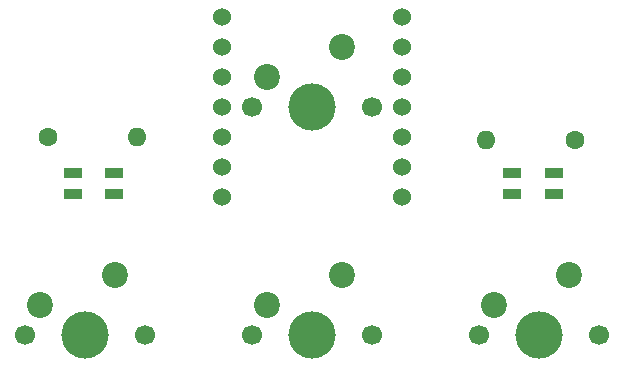
<source format=gbr>
%TF.GenerationSoftware,KiCad,Pcbnew,9.0.2*%
%TF.CreationDate,2025-06-30T20:41:05-04:00*%
%TF.ProjectId,Hackpad,4861636b-7061-4642-9e6b-696361645f70,rev?*%
%TF.SameCoordinates,Original*%
%TF.FileFunction,Soldermask,Top*%
%TF.FilePolarity,Negative*%
%FSLAX46Y46*%
G04 Gerber Fmt 4.6, Leading zero omitted, Abs format (unit mm)*
G04 Created by KiCad (PCBNEW 9.0.2) date 2025-06-30 20:41:05*
%MOMM*%
%LPD*%
G01*
G04 APERTURE LIST*
%ADD10R,1.600000X0.850000*%
%ADD11C,1.600000*%
%ADD12O,1.600000X1.600000*%
%ADD13C,1.700000*%
%ADD14C,4.000000*%
%ADD15C,2.200000*%
%ADD16C,1.524000*%
G04 APERTURE END LIST*
D10*
%TO.C,D2*%
X206385000Y-88070000D03*
X206385000Y-86320000D03*
X202885000Y-86320000D03*
X202885000Y-88070000D03*
%TD*%
D11*
%TO.C,C1*%
X163600000Y-83250000D03*
D12*
X171100000Y-83250000D03*
%TD*%
D13*
%TO.C,SW1*%
X180855000Y-100015000D03*
D14*
X185935000Y-100015000D03*
D13*
X191015000Y-100015000D03*
D15*
X188475000Y-94935000D03*
X182125000Y-97475000D03*
%TD*%
D13*
%TO.C,SW3*%
X180850000Y-80775000D03*
D14*
X185930000Y-80775000D03*
D13*
X191010000Y-80775000D03*
D15*
X188470000Y-75695000D03*
X182120000Y-78235000D03*
%TD*%
D11*
%TO.C,C2*%
X208150000Y-83500000D03*
D12*
X200650000Y-83500000D03*
%TD*%
D10*
%TO.C,D1*%
X165685000Y-86345000D03*
X165685000Y-88095000D03*
X169185000Y-88095000D03*
X169185000Y-86345000D03*
%TD*%
D13*
%TO.C,SW4*%
X200080000Y-100015000D03*
D14*
X205160000Y-100015000D03*
D13*
X210240000Y-100015000D03*
D15*
X207700000Y-94935000D03*
X201350000Y-97475000D03*
%TD*%
D13*
%TO.C,SW2*%
X161607500Y-100012500D03*
D14*
X166687500Y-100012500D03*
D13*
X171767500Y-100012500D03*
D15*
X169227500Y-94932500D03*
X162877500Y-97472500D03*
%TD*%
D16*
%TO.C,U1*%
X193550000Y-73155000D03*
X193550000Y-75695000D03*
X193550000Y-78235000D03*
X193550000Y-80775000D03*
X193550000Y-83315000D03*
X193550000Y-85855000D03*
X193550000Y-88395000D03*
X178310000Y-88395000D03*
X178310000Y-85855000D03*
X178310000Y-83315000D03*
X178310000Y-80775000D03*
X178310000Y-78235000D03*
X178310000Y-75695000D03*
X178310000Y-73155000D03*
%TD*%
M02*

</source>
